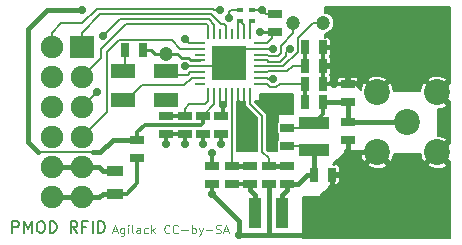
<source format=gtl>
G04 #@! TF.FileFunction,Copper,L1,Top,Signal*
%FSLAX46Y46*%
G04 Gerber Fmt 4.6, Leading zero omitted, Abs format (unit mm)*
G04 Created by KiCad (PCBNEW 4.0.2+dfsg1-stable) date jeu. 05 avril 2018 11:17:12 CEST*
%MOMM*%
G01*
G04 APERTURE LIST*
%ADD10C,0.100000*%
%ADD11C,0.101600*%
%ADD12C,0.200000*%
%ADD13R,1.143000X0.635000*%
%ADD14R,0.635000X1.143000*%
%ADD15R,2.000000X1.900000*%
%ADD16C,1.900000*%
%ADD17R,0.850900X0.279400*%
%ADD18R,0.279400X0.850900*%
%ADD19R,2.999740X2.999740*%
%ADD20R,1.020000X2.540000*%
%ADD21R,2.540000X1.020000*%
%ADD22C,1.198880*%
%ADD23C,2.199640*%
%ADD24R,1.397000X0.889000*%
%ADD25R,0.599440X0.398780*%
%ADD26R,2.000000X1.198880*%
%ADD27C,0.711200*%
%ADD28C,0.304800*%
%ADD29C,0.406400*%
%ADD30C,0.203200*%
%ADD31C,0.250000*%
G04 APERTURE END LIST*
D10*
D11*
X138670134Y-114188533D02*
X139008800Y-114188533D01*
X138602400Y-114391733D02*
X138839467Y-113680533D01*
X139076534Y-114391733D01*
X139618400Y-113917600D02*
X139618400Y-114493333D01*
X139584534Y-114561067D01*
X139550667Y-114594933D01*
X139482934Y-114628800D01*
X139381334Y-114628800D01*
X139313600Y-114594933D01*
X139618400Y-114357867D02*
X139550667Y-114391733D01*
X139415200Y-114391733D01*
X139347467Y-114357867D01*
X139313600Y-114324000D01*
X139279734Y-114256267D01*
X139279734Y-114053067D01*
X139313600Y-113985333D01*
X139347467Y-113951467D01*
X139415200Y-113917600D01*
X139550667Y-113917600D01*
X139618400Y-113951467D01*
X139957067Y-114391733D02*
X139957067Y-113917600D01*
X139957067Y-113680533D02*
X139923201Y-113714400D01*
X139957067Y-113748267D01*
X139990934Y-113714400D01*
X139957067Y-113680533D01*
X139957067Y-113748267D01*
X140397334Y-114391733D02*
X140329601Y-114357867D01*
X140295734Y-114290133D01*
X140295734Y-113680533D01*
X140973067Y-114391733D02*
X140973067Y-114019200D01*
X140939201Y-113951467D01*
X140871467Y-113917600D01*
X140736001Y-113917600D01*
X140668267Y-113951467D01*
X140973067Y-114357867D02*
X140905334Y-114391733D01*
X140736001Y-114391733D01*
X140668267Y-114357867D01*
X140634401Y-114290133D01*
X140634401Y-114222400D01*
X140668267Y-114154667D01*
X140736001Y-114120800D01*
X140905334Y-114120800D01*
X140973067Y-114086933D01*
X141616534Y-114357867D02*
X141548801Y-114391733D01*
X141413334Y-114391733D01*
X141345601Y-114357867D01*
X141311734Y-114324000D01*
X141277868Y-114256267D01*
X141277868Y-114053067D01*
X141311734Y-113985333D01*
X141345601Y-113951467D01*
X141413334Y-113917600D01*
X141548801Y-113917600D01*
X141616534Y-113951467D01*
X141921334Y-114391733D02*
X141921334Y-113680533D01*
X141989068Y-114120800D02*
X142192268Y-114391733D01*
X142192268Y-113917600D02*
X141921334Y-114188533D01*
X143445334Y-114324000D02*
X143411468Y-114357867D01*
X143309868Y-114391733D01*
X143242134Y-114391733D01*
X143140534Y-114357867D01*
X143072801Y-114290133D01*
X143038934Y-114222400D01*
X143005068Y-114086933D01*
X143005068Y-113985333D01*
X143038934Y-113849867D01*
X143072801Y-113782133D01*
X143140534Y-113714400D01*
X143242134Y-113680533D01*
X143309868Y-113680533D01*
X143411468Y-113714400D01*
X143445334Y-113748267D01*
X144156534Y-114324000D02*
X144122668Y-114357867D01*
X144021068Y-114391733D01*
X143953334Y-114391733D01*
X143851734Y-114357867D01*
X143784001Y-114290133D01*
X143750134Y-114222400D01*
X143716268Y-114086933D01*
X143716268Y-113985333D01*
X143750134Y-113849867D01*
X143784001Y-113782133D01*
X143851734Y-113714400D01*
X143953334Y-113680533D01*
X144021068Y-113680533D01*
X144122668Y-113714400D01*
X144156534Y-113748267D01*
X144461334Y-114120800D02*
X145003201Y-114120800D01*
X145341867Y-114391733D02*
X145341867Y-113680533D01*
X145341867Y-113951467D02*
X145409601Y-113917600D01*
X145545067Y-113917600D01*
X145612801Y-113951467D01*
X145646667Y-113985333D01*
X145680534Y-114053067D01*
X145680534Y-114256267D01*
X145646667Y-114324000D01*
X145612801Y-114357867D01*
X145545067Y-114391733D01*
X145409601Y-114391733D01*
X145341867Y-114357867D01*
X145917601Y-113917600D02*
X146086934Y-114391733D01*
X146256268Y-113917600D02*
X146086934Y-114391733D01*
X146019201Y-114561067D01*
X145985334Y-114594933D01*
X145917601Y-114628800D01*
X146527201Y-114120800D02*
X147069068Y-114120800D01*
X147373868Y-114357867D02*
X147475468Y-114391733D01*
X147644801Y-114391733D01*
X147712534Y-114357867D01*
X147746401Y-114324000D01*
X147780268Y-114256267D01*
X147780268Y-114188533D01*
X147746401Y-114120800D01*
X147712534Y-114086933D01*
X147644801Y-114053067D01*
X147509334Y-114019200D01*
X147441601Y-113985333D01*
X147407734Y-113951467D01*
X147373868Y-113883733D01*
X147373868Y-113816000D01*
X147407734Y-113748267D01*
X147441601Y-113714400D01*
X147509334Y-113680533D01*
X147678668Y-113680533D01*
X147780268Y-113714400D01*
X148051201Y-114188533D02*
X148389867Y-114188533D01*
X147983467Y-114391733D02*
X148220534Y-113680533D01*
X148457601Y-114391733D01*
D12*
X130135238Y-114342381D02*
X130135238Y-113342381D01*
X130516191Y-113342381D01*
X130611429Y-113390000D01*
X130659048Y-113437619D01*
X130706667Y-113532857D01*
X130706667Y-113675714D01*
X130659048Y-113770952D01*
X130611429Y-113818571D01*
X130516191Y-113866190D01*
X130135238Y-113866190D01*
X131135238Y-114342381D02*
X131135238Y-113342381D01*
X131468572Y-114056667D01*
X131801905Y-113342381D01*
X131801905Y-114342381D01*
X132468571Y-113342381D02*
X132659048Y-113342381D01*
X132754286Y-113390000D01*
X132849524Y-113485238D01*
X132897143Y-113675714D01*
X132897143Y-114009048D01*
X132849524Y-114199524D01*
X132754286Y-114294762D01*
X132659048Y-114342381D01*
X132468571Y-114342381D01*
X132373333Y-114294762D01*
X132278095Y-114199524D01*
X132230476Y-114009048D01*
X132230476Y-113675714D01*
X132278095Y-113485238D01*
X132373333Y-113390000D01*
X132468571Y-113342381D01*
X133325714Y-114342381D02*
X133325714Y-113342381D01*
X133563809Y-113342381D01*
X133706667Y-113390000D01*
X133801905Y-113485238D01*
X133849524Y-113580476D01*
X133897143Y-113770952D01*
X133897143Y-113913810D01*
X133849524Y-114104286D01*
X133801905Y-114199524D01*
X133706667Y-114294762D01*
X133563809Y-114342381D01*
X133325714Y-114342381D01*
X135659048Y-114342381D02*
X135325714Y-113866190D01*
X135087619Y-114342381D02*
X135087619Y-113342381D01*
X135468572Y-113342381D01*
X135563810Y-113390000D01*
X135611429Y-113437619D01*
X135659048Y-113532857D01*
X135659048Y-113675714D01*
X135611429Y-113770952D01*
X135563810Y-113818571D01*
X135468572Y-113866190D01*
X135087619Y-113866190D01*
X136420953Y-113818571D02*
X136087619Y-113818571D01*
X136087619Y-114342381D02*
X136087619Y-113342381D01*
X136563810Y-113342381D01*
X136944762Y-114342381D02*
X136944762Y-113342381D01*
X137420952Y-114342381D02*
X137420952Y-113342381D01*
X137659047Y-113342381D01*
X137801905Y-113390000D01*
X137897143Y-113485238D01*
X137944762Y-113580476D01*
X137992381Y-113770952D01*
X137992381Y-113913810D01*
X137944762Y-114104286D01*
X137897143Y-114199524D01*
X137801905Y-114294762D01*
X137659047Y-114342381D01*
X137420952Y-114342381D01*
D13*
X148704300Y-110172500D03*
X148704300Y-108648500D03*
X150279100Y-110172500D03*
X150279100Y-108648500D03*
X153428700Y-110172500D03*
X153428700Y-108648500D03*
X151853900Y-108648500D03*
X151853900Y-110172500D03*
D14*
X155714700Y-109410500D03*
X157238700Y-109410500D03*
D13*
X153428700Y-105460800D03*
X153428700Y-106984800D03*
D14*
X156489400Y-103301800D03*
X154965400Y-103301800D03*
X154965400Y-101752400D03*
X156489400Y-101752400D03*
D13*
X158546800Y-103289100D03*
X158546800Y-101765100D03*
X158546800Y-105003600D03*
X158546800Y-106527600D03*
D14*
X154965400Y-98653600D03*
X156489400Y-98653600D03*
X154965400Y-100203000D03*
X156489400Y-100203000D03*
D13*
X143192500Y-104432100D03*
X143192500Y-105956100D03*
X144741900Y-104432100D03*
X144741900Y-105956100D03*
X147066000Y-108648500D03*
X147066000Y-110172500D03*
X147840700Y-104432100D03*
X147840700Y-105956100D03*
D15*
X136030000Y-98650000D03*
D16*
X136030000Y-101190000D03*
X136030000Y-103730000D03*
X136030000Y-106270000D03*
X136030000Y-108810000D03*
X136030000Y-111350000D03*
X133490000Y-98650000D03*
X133490000Y-101190000D03*
X133490000Y-103730000D03*
X133490000Y-106270000D03*
X133490000Y-108810000D03*
X133490000Y-111350000D03*
D17*
X150999360Y-98249940D03*
D18*
X150250060Y-97500640D03*
D17*
X146000640Y-98249940D03*
X146000640Y-98750320D03*
X146000640Y-99250700D03*
X146000640Y-99751080D03*
X146000640Y-100749300D03*
X146000640Y-101249680D03*
D18*
X148748920Y-102499360D03*
D17*
X146000640Y-101750060D03*
D18*
X146749940Y-102499360D03*
X147250320Y-102499360D03*
X147750700Y-102499360D03*
X148251080Y-102499360D03*
X149249300Y-102499360D03*
X149749680Y-102499360D03*
X150250060Y-102499360D03*
D17*
X150999360Y-101750060D03*
X150999360Y-101249680D03*
X150999360Y-100749300D03*
X150999360Y-100248920D03*
X150999360Y-99751080D03*
X150999360Y-99250700D03*
X150999360Y-98750320D03*
D19*
X148500000Y-100000000D03*
D17*
X146000640Y-100248920D03*
D18*
X146749940Y-97500640D03*
X147250320Y-97500640D03*
X147750700Y-97500640D03*
X148251080Y-97500640D03*
X148748920Y-97500640D03*
X149249300Y-97500640D03*
X149749680Y-97500640D03*
D13*
X152410000Y-97382000D03*
X152410000Y-95858000D03*
D20*
X150708900Y-112649000D03*
X152998900Y-112649000D03*
D21*
X155727400Y-107367800D03*
X155727400Y-105077800D03*
D22*
X153949400Y-96608900D03*
X156489400Y-96608900D03*
D23*
X161036000Y-102460000D03*
X166116000Y-102460000D03*
X161036000Y-107540000D03*
X166116000Y-107540000D03*
X163576000Y-105000000D03*
D13*
X146291300Y-104432100D03*
X146291300Y-105956100D03*
D24*
X138813700Y-111029500D03*
X138813700Y-109124500D03*
D13*
X140741400Y-108026200D03*
X140741400Y-106502200D03*
D14*
X139708000Y-98900000D03*
X141232000Y-98900000D03*
D25*
X150406100Y-96410780D03*
X150406100Y-95511620D03*
D22*
X143180000Y-99180000D03*
D26*
X139475600Y-103104000D03*
X143175600Y-103104000D03*
X143175600Y-100604000D03*
X139475600Y-100604000D03*
D25*
X149390100Y-95511620D03*
X149390100Y-96410780D03*
D27*
X148005800Y-103530400D03*
X147066000Y-107556300D03*
X136040000Y-95500000D03*
X151117300Y-97383600D03*
X148520000Y-96140000D03*
X153631900Y-98742500D03*
X147730000Y-95500000D03*
X137300000Y-102460000D03*
X137810000Y-97690000D03*
X149350000Y-114503200D03*
X144770000Y-97930000D03*
X143175600Y-103104000D03*
X139475600Y-100604000D03*
X166910000Y-114520000D03*
X152222200Y-106857800D03*
X152222200Y-103530400D03*
X144767300Y-100253800D03*
X148500000Y-100000000D03*
X143192500Y-106857800D03*
X144741900Y-106857800D03*
X151269700Y-95516700D03*
X146291300Y-106857800D03*
X147066000Y-111074200D03*
X147840700Y-106857800D03*
X149504400Y-106857800D03*
X149504400Y-104546400D03*
X149504400Y-105562400D03*
X157238700Y-110566200D03*
X149504400Y-103530400D03*
X157391100Y-100203000D03*
X157391100Y-101752400D03*
X158546800Y-107543600D03*
X157391100Y-98653600D03*
X152222200Y-101346000D03*
X152222200Y-98742500D03*
D28*
X148704300Y-110172500D02*
X150279100Y-110172500D01*
D29*
X150708900Y-112649000D02*
X150708900Y-111161100D01*
X150279100Y-110731300D02*
X150279100Y-110172500D01*
X150708900Y-111161100D02*
X150279100Y-110731300D01*
X148704300Y-108648500D02*
X150279100Y-108648500D01*
D30*
X148748920Y-102499360D02*
X148748920Y-107981580D01*
X148704300Y-108026200D02*
X148704300Y-108648500D01*
X148748920Y-107981580D02*
X148704300Y-108026200D01*
D29*
X152998900Y-112649000D02*
X152998900Y-111161100D01*
X153428700Y-110731300D02*
X153428700Y-110172500D01*
X152998900Y-111161100D02*
X153428700Y-110731300D01*
X155714700Y-109410500D02*
X155714700Y-107380500D01*
D28*
X155714700Y-107380500D02*
X155727400Y-107367800D01*
D29*
X153428700Y-110172500D02*
X154292300Y-110172500D01*
X154292300Y-110172500D02*
X155054300Y-109410500D01*
X155054300Y-109410500D02*
X155714700Y-109410500D01*
D30*
X153428700Y-106984800D02*
X155344400Y-106984800D01*
X155344400Y-106984800D02*
X155727400Y-107367800D01*
X150250060Y-102499360D02*
X150250060Y-103425160D01*
X151853900Y-108026200D02*
X151853900Y-108648500D01*
X151307800Y-107480100D02*
X151853900Y-108026200D01*
X151307800Y-104482900D02*
X151307800Y-107480100D01*
X150250060Y-103425160D02*
X151307800Y-104482900D01*
D29*
X151853900Y-108648500D02*
X153428700Y-108648500D01*
D30*
X150250060Y-97500640D02*
X150250060Y-96566820D01*
X150250060Y-96566820D02*
X150406100Y-96410780D01*
X153428700Y-105460800D02*
X155344400Y-105460800D01*
X155344400Y-105460800D02*
X155727400Y-105077800D01*
D28*
X156489400Y-103301800D02*
X156489400Y-104315800D01*
X156489400Y-104315800D02*
X155727400Y-105077800D01*
D29*
X163576000Y-105000000D02*
X158550400Y-105000000D01*
X158550400Y-105000000D02*
X158546800Y-105003600D01*
X158546800Y-105003600D02*
X158546800Y-103289100D01*
X158546800Y-103289100D02*
X156502100Y-103289100D01*
D28*
X156502100Y-103289100D02*
X156489400Y-103301800D01*
X154965400Y-103301800D02*
X154965400Y-101752400D01*
D30*
X150999360Y-101750060D02*
X151673760Y-101750060D01*
X152768300Y-101752400D02*
X154965400Y-101752400D01*
X152501600Y-102019100D02*
X152768300Y-101752400D01*
X151942800Y-102019100D02*
X152501600Y-102019100D01*
X151673760Y-101750060D02*
X151942800Y-102019100D01*
X150999360Y-100749300D02*
X151675900Y-100749300D01*
X151752300Y-100672900D02*
X153403300Y-100672900D01*
X151675900Y-100749300D02*
X151752300Y-100672900D01*
D28*
X154965400Y-100203000D02*
X154965400Y-98653600D01*
D30*
X154965400Y-100203000D02*
X153873200Y-100203000D01*
X153873200Y-100203000D02*
X153403300Y-100672900D01*
D28*
X143192500Y-104432100D02*
X144741900Y-104432100D01*
D30*
X146749940Y-102499360D02*
X146749940Y-103186060D01*
X144741900Y-103860600D02*
X144741900Y-104432100D01*
X145122900Y-103479600D02*
X144741900Y-103860600D01*
X146456400Y-103479600D02*
X145122900Y-103479600D01*
X146749940Y-103186060D02*
X146456400Y-103479600D01*
D28*
X147066000Y-107556300D02*
X147066000Y-108648500D01*
X148005800Y-103530400D02*
X148005800Y-104267000D01*
X148005800Y-104267000D02*
X147840700Y-104432100D01*
D30*
X147750700Y-102499360D02*
X147750700Y-103275300D01*
X148251080Y-103285120D02*
X148005800Y-103530400D01*
X148251080Y-103285120D02*
X148251080Y-102499360D01*
X147750700Y-103275300D02*
X148005800Y-103530400D01*
X149749680Y-97500640D02*
X149749680Y-96770360D01*
X149749680Y-96770360D02*
X149390100Y-96410780D01*
X149249300Y-97500640D02*
X149249300Y-96551580D01*
X149249300Y-96551580D02*
X149390100Y-96410780D01*
D29*
X132360000Y-107540000D02*
X131510000Y-106690000D01*
X140741400Y-106502200D02*
X138637800Y-106502200D01*
X137600000Y-107540000D02*
X136950000Y-107540000D01*
X138637800Y-106502200D02*
X137600000Y-107540000D01*
D30*
X132360000Y-107540000D02*
X136950000Y-107540000D01*
D29*
X133070000Y-95500000D02*
X136040000Y-95500000D01*
X131510000Y-97060000D02*
X133070000Y-95500000D01*
X131510000Y-106690000D02*
X131510000Y-97060000D01*
D31*
X152410000Y-97382000D02*
X151118900Y-97382000D01*
X151118900Y-97382000D02*
X151117300Y-97383600D01*
D30*
X148688380Y-95511620D02*
X148520000Y-95680000D01*
X148688380Y-95511620D02*
X149390100Y-95511620D01*
X148520000Y-95680000D02*
X148520000Y-96140000D01*
D28*
X149378480Y-95500000D02*
X149390100Y-95511620D01*
D30*
X149378480Y-95500000D02*
X149390100Y-95511620D01*
D28*
X140741400Y-106502200D02*
X140741400Y-105816400D01*
X140741400Y-105816400D02*
X141363700Y-105194100D01*
X141363700Y-105194100D02*
X146126200Y-105194100D01*
X146126200Y-105194100D02*
X146291300Y-105029000D01*
X146291300Y-105029000D02*
X146291300Y-104432100D01*
D30*
X147250320Y-102499360D02*
X147250320Y-103473080D01*
X147250320Y-103473080D02*
X146291300Y-104432100D01*
X150999360Y-98249940D02*
X151724160Y-98249940D01*
X152120600Y-97671400D02*
X152410000Y-97382000D01*
X152120600Y-97853500D02*
X152120600Y-97671400D01*
X151724160Y-98249940D02*
X152120600Y-97853500D01*
X146000640Y-98750320D02*
X144320320Y-98750320D01*
X138160000Y-104140000D02*
X136030000Y-106270000D01*
X138160000Y-99010000D02*
X138160000Y-104140000D01*
X139170000Y-98000000D02*
X138160000Y-99010000D01*
X142100000Y-98000000D02*
X139170000Y-98000000D01*
X142160000Y-98060000D02*
X142100000Y-98000000D01*
X143630000Y-98060000D02*
X142160000Y-98060000D01*
X144320320Y-98750320D02*
X143630000Y-98060000D01*
D31*
X143180000Y-99180000D02*
X142210000Y-99180000D01*
X141930000Y-98900000D02*
X141232000Y-98900000D01*
X142210000Y-99180000D02*
X141930000Y-98900000D01*
X146000640Y-99751080D02*
X145251080Y-99751080D01*
X144100000Y-99180000D02*
X143180000Y-99180000D01*
X144480000Y-99560000D02*
X144100000Y-99180000D01*
X145060000Y-99560000D02*
X144480000Y-99560000D01*
X145251080Y-99751080D02*
X145060000Y-99560000D01*
D30*
X145021300Y-100952300D02*
X143523900Y-100952300D01*
X143523900Y-100952300D02*
X143175600Y-100604000D01*
X146000640Y-100749300D02*
X145224300Y-100749300D01*
X145224300Y-100749300D02*
X145021300Y-100952300D01*
X144716500Y-101854000D02*
X141122400Y-101854000D01*
X141122400Y-101854000D02*
X139872400Y-103104000D01*
X139872400Y-103104000D02*
X139475600Y-103104000D01*
X146000640Y-101249680D02*
X145320820Y-101249680D01*
X145320820Y-101249680D02*
X144716500Y-101854000D01*
X154317700Y-99021900D02*
X154317700Y-97866200D01*
X153090680Y-100248920D02*
X154317700Y-99021900D01*
X150999360Y-100248920D02*
X153090680Y-100248920D01*
X155575000Y-96608900D02*
X156489400Y-96608900D01*
X154317700Y-97866200D02*
X155575000Y-96608900D01*
X147730000Y-95500000D02*
X147250000Y-95500000D01*
X152846182Y-99845718D02*
X153339800Y-99352100D01*
X153339800Y-99352100D02*
X153339800Y-99034600D01*
X151752300Y-99834700D02*
X151752300Y-99845718D01*
X153631900Y-98742500D02*
X153339800Y-99034600D01*
X151752300Y-99845718D02*
X152846182Y-99845718D01*
X133490000Y-97400000D02*
X133490000Y-98650000D01*
X134310000Y-96580000D02*
X133490000Y-97400000D01*
X136070000Y-96580000D02*
X134310000Y-96580000D01*
X137280000Y-95370000D02*
X136070000Y-96580000D01*
X147120000Y-95370000D02*
X137280000Y-95370000D01*
X147250000Y-95500000D02*
X147120000Y-95370000D01*
X151668680Y-99751080D02*
X151752300Y-99834700D01*
X151752300Y-99834700D02*
X151752300Y-99834700D01*
X150999360Y-99751080D02*
X151668680Y-99751080D01*
X152920700Y-98488500D02*
X152920700Y-99139398D01*
X153949400Y-96608900D02*
X153949400Y-97459800D01*
X151739800Y-99250700D02*
X150999360Y-99250700D01*
X151739800Y-99250700D02*
X151904700Y-99415600D01*
X151904700Y-99415600D02*
X152644498Y-99415600D01*
X152920700Y-98488500D02*
X153949400Y-97459800D01*
X152920700Y-99139398D02*
X152644498Y-99415600D01*
X146749940Y-97500640D02*
X146749940Y-96819940D01*
X137670000Y-99550000D02*
X136030000Y-101190000D01*
X137670000Y-98790000D02*
X137670000Y-99550000D01*
X139790000Y-96670000D02*
X137670000Y-98790000D01*
X146600000Y-96670000D02*
X139790000Y-96670000D01*
X146749940Y-96819940D02*
X146600000Y-96670000D01*
X136030000Y-103730000D02*
X137300000Y-102460000D01*
X146760000Y-96230000D02*
X139270000Y-96230000D01*
X147250320Y-96720320D02*
X146760000Y-96230000D01*
X147250320Y-96720320D02*
X147250320Y-97500640D01*
X139270000Y-96230000D02*
X137810000Y-97690000D01*
X136030000Y-98650000D02*
X136030000Y-97390000D01*
X137610000Y-95810000D02*
X146950000Y-95810000D01*
X136030000Y-97390000D02*
X137610000Y-95810000D01*
X148251080Y-96821080D02*
X148100000Y-96670000D01*
X148251080Y-97500640D02*
X148251080Y-96821080D01*
X148100000Y-96670000D02*
X147810000Y-96670000D01*
X147810000Y-96670000D02*
X146950000Y-95810000D01*
D29*
X149350000Y-114503200D02*
X149350000Y-113358200D01*
X151853900Y-114503200D02*
X149350000Y-114503200D01*
X149350000Y-113358200D02*
X147066000Y-111074200D01*
D30*
X145089940Y-98249940D02*
X144770000Y-97930000D01*
X146000640Y-98249940D02*
X145089940Y-98249940D01*
X139708000Y-100371600D02*
X139475600Y-100604000D01*
X139708000Y-98900000D02*
X139708000Y-100371600D01*
D29*
X136030000Y-108810000D02*
X133490000Y-108810000D01*
X136030000Y-108810000D02*
X137508600Y-108810000D01*
X137823100Y-109124500D02*
X138813700Y-109124500D01*
X137823100Y-109124500D02*
X137508600Y-108810000D01*
X158546800Y-107543600D02*
X158546800Y-108839000D01*
X157975300Y-109410500D02*
X157238700Y-109410500D01*
X158546800Y-108839000D02*
X157975300Y-109410500D01*
D30*
X146000640Y-100248920D02*
X148251080Y-100248920D01*
X148251080Y-100248920D02*
X148500000Y-100000000D01*
X145343680Y-100248920D02*
X145338800Y-100253800D01*
X145343680Y-100248920D02*
X146000640Y-100248920D01*
X145338800Y-100253800D02*
X144767300Y-100253800D01*
X149749680Y-98750320D02*
X148500000Y-100000000D01*
D28*
X143192500Y-105956100D02*
X144741900Y-105956100D01*
X143192500Y-105956100D02*
X143192500Y-106857800D01*
X144741900Y-105956100D02*
X144741900Y-106857800D01*
D30*
X152410000Y-95858000D02*
X151611000Y-95858000D01*
X150921720Y-95511620D02*
X150926800Y-95516700D01*
X150926800Y-95516700D02*
X151269700Y-95516700D01*
X150921720Y-95511620D02*
X150406100Y-95511620D01*
X151611000Y-95858000D02*
X151269700Y-95516700D01*
D28*
X146291300Y-105956100D02*
X146291300Y-106857800D01*
X147066000Y-110172500D02*
X147066000Y-111074200D01*
X147840700Y-105956100D02*
X147840700Y-106857800D01*
D30*
X149504400Y-105562400D02*
X149504400Y-104546400D01*
X149504400Y-104546400D02*
X149504400Y-103530400D01*
D29*
X149504400Y-106857800D02*
X149504400Y-105562400D01*
X157238700Y-110566200D02*
X157238700Y-113919000D01*
X157238700Y-110566200D02*
X157238700Y-109410500D01*
X151853900Y-114503200D02*
X156654500Y-114503200D01*
X157238700Y-113919000D02*
X156654500Y-114503200D01*
X151853900Y-110172500D02*
X151853900Y-114503200D01*
X158546800Y-107543600D02*
X161032400Y-107543600D01*
X161032400Y-107543600D02*
X161036000Y-107540000D01*
X157391100Y-100203000D02*
X158779000Y-100203000D01*
X158779000Y-100203000D02*
X161036000Y-102460000D01*
D30*
X149749680Y-102499360D02*
X149749680Y-103285120D01*
X149749680Y-103285120D02*
X149504400Y-103530400D01*
X149249300Y-103275300D02*
X149504400Y-103530400D01*
X149249300Y-103275300D02*
X149249300Y-102499360D01*
D28*
X157391100Y-100203000D02*
X156489400Y-100203000D01*
D29*
X158546800Y-107543600D02*
X158546800Y-106527600D01*
D28*
X158534100Y-101752400D02*
X157391100Y-101752400D01*
X157391100Y-101752400D02*
X156489400Y-101752400D01*
X158534100Y-101752400D02*
X158546800Y-101765100D01*
X156489400Y-98653600D02*
X157391100Y-98653600D01*
X156489400Y-100203000D02*
X156489400Y-101752400D01*
X156489400Y-98653600D02*
X156489400Y-100203000D01*
D30*
X150999360Y-101249680D02*
X151681380Y-101249680D01*
X151777700Y-101346000D02*
X152222200Y-101346000D01*
X151681380Y-101249680D02*
X151777700Y-101346000D01*
X151701500Y-98742500D02*
X152222200Y-98742500D01*
X151701500Y-98742500D02*
X151693680Y-98750320D01*
X151693680Y-98750320D02*
X150999360Y-98750320D01*
X150999360Y-98750320D02*
X149749680Y-98750320D01*
D28*
X140741400Y-108026200D02*
X140741400Y-110158600D01*
X139870500Y-111029500D02*
X138813700Y-111029500D01*
X140741400Y-110158600D02*
X139870500Y-111029500D01*
D29*
X133490000Y-111350000D02*
X136030000Y-111350000D01*
X136030000Y-111350000D02*
X137502600Y-111350000D01*
X137502600Y-111350000D02*
X137823100Y-111029500D01*
X137823100Y-111029500D02*
X138813700Y-111029500D01*
D30*
G36*
X167170200Y-101621327D02*
X166331526Y-102460000D01*
X167170200Y-103298673D01*
X167170200Y-106701327D01*
X166331526Y-107540000D01*
X167170200Y-108378673D01*
X167170200Y-114780200D01*
X154791600Y-114780200D01*
X154791600Y-111281600D01*
X156110000Y-111281600D01*
X156149528Y-111273595D01*
X156181842Y-111251842D01*
X157171842Y-110261842D01*
X157194132Y-110228231D01*
X157201600Y-110190000D01*
X157201600Y-109562900D01*
X157391100Y-109562900D01*
X157391100Y-110210600D01*
X157467300Y-110286800D01*
X157616828Y-110286800D01*
X157728855Y-110240397D01*
X157814597Y-110154656D01*
X157861000Y-110042629D01*
X157861000Y-109639100D01*
X157784800Y-109562900D01*
X157391100Y-109562900D01*
X157201600Y-109562900D01*
X157201600Y-109238100D01*
X157391100Y-109238100D01*
X157391100Y-109258100D01*
X157784800Y-109258100D01*
X157861000Y-109181900D01*
X157861000Y-108778371D01*
X157814597Y-108666344D01*
X157748734Y-108600481D01*
X160191046Y-108600481D01*
X160322284Y-108781624D01*
X160851760Y-108960238D01*
X161409287Y-108922635D01*
X161749716Y-108781624D01*
X161880954Y-108600481D01*
X165271046Y-108600481D01*
X165402284Y-108781624D01*
X165931760Y-108960238D01*
X166489287Y-108922635D01*
X166829716Y-108781624D01*
X166960954Y-108600481D01*
X166116000Y-107755526D01*
X165271046Y-108600481D01*
X161880954Y-108600481D01*
X161036000Y-107755526D01*
X160191046Y-108600481D01*
X157748734Y-108600481D01*
X157728855Y-108580603D01*
X157616828Y-108534200D01*
X157467300Y-108534200D01*
X157391102Y-108610398D01*
X157391102Y-108534200D01*
X157319401Y-108534200D01*
X158207920Y-107645181D01*
X159635239Y-107644535D01*
X159653365Y-107913287D01*
X159794376Y-108253716D01*
X159975519Y-108384954D01*
X160716428Y-107644046D01*
X161355283Y-107643757D01*
X162096481Y-108384954D01*
X162277624Y-108253716D01*
X162456238Y-107724240D01*
X162450776Y-107643261D01*
X164715084Y-107642236D01*
X164733365Y-107913287D01*
X164874376Y-108253716D01*
X165055519Y-108384954D01*
X165798728Y-107641745D01*
X166120046Y-107641600D01*
X166159570Y-107633577D01*
X166192860Y-107610810D01*
X166214668Y-107576884D01*
X166221600Y-107540000D01*
X166221600Y-107218874D01*
X166960954Y-106479519D01*
X166829716Y-106298376D01*
X166300240Y-106119762D01*
X166221600Y-106125066D01*
X166221600Y-103860689D01*
X166489287Y-103842635D01*
X166829716Y-103701624D01*
X166960954Y-103520481D01*
X166221600Y-102781126D01*
X166221600Y-102460000D01*
X166213595Y-102420472D01*
X166190843Y-102387172D01*
X166156927Y-102365348D01*
X166120000Y-102358400D01*
X165798874Y-102358400D01*
X165055519Y-101615046D01*
X164874376Y-101746284D01*
X164695762Y-102275760D01*
X164701336Y-102358400D01*
X162436959Y-102358400D01*
X162418635Y-102086713D01*
X162277624Y-101746284D01*
X162096481Y-101615046D01*
X161353126Y-102358400D01*
X160718874Y-102358400D01*
X159975519Y-101615046D01*
X159794376Y-101746284D01*
X159634348Y-102220664D01*
X159423100Y-102009416D01*
X159423100Y-101993700D01*
X159346900Y-101917500D01*
X159331184Y-101917500D01*
X159091842Y-101678158D01*
X159058231Y-101655868D01*
X159020000Y-101648400D01*
X158374400Y-101648400D01*
X158374400Y-101612700D01*
X158394400Y-101612700D01*
X158394400Y-101219000D01*
X158699200Y-101219000D01*
X158699200Y-101612700D01*
X159346900Y-101612700D01*
X159423100Y-101536500D01*
X159423100Y-101399519D01*
X160191046Y-101399519D01*
X161036000Y-102244474D01*
X161880954Y-101399519D01*
X165271046Y-101399519D01*
X166116000Y-102244474D01*
X166960954Y-101399519D01*
X166829716Y-101218376D01*
X166300240Y-101039762D01*
X165742713Y-101077365D01*
X165402284Y-101218376D01*
X165271046Y-101399519D01*
X161880954Y-101399519D01*
X161749716Y-101218376D01*
X161220240Y-101039762D01*
X160662713Y-101077365D01*
X160322284Y-101218376D01*
X160191046Y-101399519D01*
X159423100Y-101399519D01*
X159423100Y-101386972D01*
X159376697Y-101274945D01*
X159290956Y-101189203D01*
X159178929Y-101142800D01*
X158775400Y-101142800D01*
X158699200Y-101219000D01*
X158394400Y-101219000D01*
X158318200Y-101142800D01*
X157914671Y-101142800D01*
X157802644Y-101189203D01*
X157716903Y-101274945D01*
X157670500Y-101386972D01*
X157670500Y-101536500D01*
X157746698Y-101612698D01*
X157670500Y-101612698D01*
X157670500Y-101648400D01*
X157111700Y-101648400D01*
X157111700Y-101599998D01*
X157035502Y-101599998D01*
X157111700Y-101523800D01*
X157111700Y-101120271D01*
X157065297Y-101008244D01*
X157034753Y-100977700D01*
X157065297Y-100947156D01*
X157111700Y-100835129D01*
X157111700Y-100431600D01*
X157035500Y-100355400D01*
X156641800Y-100355400D01*
X156641800Y-100375400D01*
X156601600Y-100375400D01*
X156601600Y-100030600D01*
X156641800Y-100030600D01*
X156641800Y-100050600D01*
X157035500Y-100050600D01*
X157111700Y-99974400D01*
X157111700Y-99570871D01*
X157065297Y-99458844D01*
X157034753Y-99428300D01*
X157065297Y-99397756D01*
X157111700Y-99285729D01*
X157111700Y-98882200D01*
X157035500Y-98806000D01*
X156641800Y-98806000D01*
X156641800Y-98826000D01*
X156601600Y-98826000D01*
X156601600Y-98481200D01*
X156641800Y-98481200D01*
X156641800Y-98501200D01*
X157035500Y-98501200D01*
X157111700Y-98425000D01*
X157111700Y-98021471D01*
X157065297Y-97909444D01*
X156979555Y-97823703D01*
X156867528Y-97777300D01*
X156718000Y-97777300D01*
X156641802Y-97853498D01*
X156641802Y-97777300D01*
X156601600Y-97777300D01*
X156601600Y-97513239D01*
X156668475Y-97513297D01*
X157000942Y-97375924D01*
X157255530Y-97121780D01*
X157393483Y-96789554D01*
X157393797Y-96429825D01*
X157256424Y-96097358D01*
X157002280Y-95842770D01*
X156670054Y-95704817D01*
X156601600Y-95704757D01*
X156601600Y-95219800D01*
X167170200Y-95219800D01*
X167170200Y-101621327D01*
X167170200Y-101621327D01*
G37*
X167170200Y-101621327D02*
X166331526Y-102460000D01*
X167170200Y-103298673D01*
X167170200Y-106701327D01*
X166331526Y-107540000D01*
X167170200Y-108378673D01*
X167170200Y-114780200D01*
X154791600Y-114780200D01*
X154791600Y-111281600D01*
X156110000Y-111281600D01*
X156149528Y-111273595D01*
X156181842Y-111251842D01*
X157171842Y-110261842D01*
X157194132Y-110228231D01*
X157201600Y-110190000D01*
X157201600Y-109562900D01*
X157391100Y-109562900D01*
X157391100Y-110210600D01*
X157467300Y-110286800D01*
X157616828Y-110286800D01*
X157728855Y-110240397D01*
X157814597Y-110154656D01*
X157861000Y-110042629D01*
X157861000Y-109639100D01*
X157784800Y-109562900D01*
X157391100Y-109562900D01*
X157201600Y-109562900D01*
X157201600Y-109238100D01*
X157391100Y-109238100D01*
X157391100Y-109258100D01*
X157784800Y-109258100D01*
X157861000Y-109181900D01*
X157861000Y-108778371D01*
X157814597Y-108666344D01*
X157748734Y-108600481D01*
X160191046Y-108600481D01*
X160322284Y-108781624D01*
X160851760Y-108960238D01*
X161409287Y-108922635D01*
X161749716Y-108781624D01*
X161880954Y-108600481D01*
X165271046Y-108600481D01*
X165402284Y-108781624D01*
X165931760Y-108960238D01*
X166489287Y-108922635D01*
X166829716Y-108781624D01*
X166960954Y-108600481D01*
X166116000Y-107755526D01*
X165271046Y-108600481D01*
X161880954Y-108600481D01*
X161036000Y-107755526D01*
X160191046Y-108600481D01*
X157748734Y-108600481D01*
X157728855Y-108580603D01*
X157616828Y-108534200D01*
X157467300Y-108534200D01*
X157391102Y-108610398D01*
X157391102Y-108534200D01*
X157319401Y-108534200D01*
X158207920Y-107645181D01*
X159635239Y-107644535D01*
X159653365Y-107913287D01*
X159794376Y-108253716D01*
X159975519Y-108384954D01*
X160716428Y-107644046D01*
X161355283Y-107643757D01*
X162096481Y-108384954D01*
X162277624Y-108253716D01*
X162456238Y-107724240D01*
X162450776Y-107643261D01*
X164715084Y-107642236D01*
X164733365Y-107913287D01*
X164874376Y-108253716D01*
X165055519Y-108384954D01*
X165798728Y-107641745D01*
X166120046Y-107641600D01*
X166159570Y-107633577D01*
X166192860Y-107610810D01*
X166214668Y-107576884D01*
X166221600Y-107540000D01*
X166221600Y-107218874D01*
X166960954Y-106479519D01*
X166829716Y-106298376D01*
X166300240Y-106119762D01*
X166221600Y-106125066D01*
X166221600Y-103860689D01*
X166489287Y-103842635D01*
X166829716Y-103701624D01*
X166960954Y-103520481D01*
X166221600Y-102781126D01*
X166221600Y-102460000D01*
X166213595Y-102420472D01*
X166190843Y-102387172D01*
X166156927Y-102365348D01*
X166120000Y-102358400D01*
X165798874Y-102358400D01*
X165055519Y-101615046D01*
X164874376Y-101746284D01*
X164695762Y-102275760D01*
X164701336Y-102358400D01*
X162436959Y-102358400D01*
X162418635Y-102086713D01*
X162277624Y-101746284D01*
X162096481Y-101615046D01*
X161353126Y-102358400D01*
X160718874Y-102358400D01*
X159975519Y-101615046D01*
X159794376Y-101746284D01*
X159634348Y-102220664D01*
X159423100Y-102009416D01*
X159423100Y-101993700D01*
X159346900Y-101917500D01*
X159331184Y-101917500D01*
X159091842Y-101678158D01*
X159058231Y-101655868D01*
X159020000Y-101648400D01*
X158374400Y-101648400D01*
X158374400Y-101612700D01*
X158394400Y-101612700D01*
X158394400Y-101219000D01*
X158699200Y-101219000D01*
X158699200Y-101612700D01*
X159346900Y-101612700D01*
X159423100Y-101536500D01*
X159423100Y-101399519D01*
X160191046Y-101399519D01*
X161036000Y-102244474D01*
X161880954Y-101399519D01*
X165271046Y-101399519D01*
X166116000Y-102244474D01*
X166960954Y-101399519D01*
X166829716Y-101218376D01*
X166300240Y-101039762D01*
X165742713Y-101077365D01*
X165402284Y-101218376D01*
X165271046Y-101399519D01*
X161880954Y-101399519D01*
X161749716Y-101218376D01*
X161220240Y-101039762D01*
X160662713Y-101077365D01*
X160322284Y-101218376D01*
X160191046Y-101399519D01*
X159423100Y-101399519D01*
X159423100Y-101386972D01*
X159376697Y-101274945D01*
X159290956Y-101189203D01*
X159178929Y-101142800D01*
X158775400Y-101142800D01*
X158699200Y-101219000D01*
X158394400Y-101219000D01*
X158318200Y-101142800D01*
X157914671Y-101142800D01*
X157802644Y-101189203D01*
X157716903Y-101274945D01*
X157670500Y-101386972D01*
X157670500Y-101536500D01*
X157746698Y-101612698D01*
X157670500Y-101612698D01*
X157670500Y-101648400D01*
X157111700Y-101648400D01*
X157111700Y-101599998D01*
X157035502Y-101599998D01*
X157111700Y-101523800D01*
X157111700Y-101120271D01*
X157065297Y-101008244D01*
X157034753Y-100977700D01*
X157065297Y-100947156D01*
X157111700Y-100835129D01*
X157111700Y-100431600D01*
X157035500Y-100355400D01*
X156641800Y-100355400D01*
X156641800Y-100375400D01*
X156601600Y-100375400D01*
X156601600Y-100030600D01*
X156641800Y-100030600D01*
X156641800Y-100050600D01*
X157035500Y-100050600D01*
X157111700Y-99974400D01*
X157111700Y-99570871D01*
X157065297Y-99458844D01*
X157034753Y-99428300D01*
X157065297Y-99397756D01*
X157111700Y-99285729D01*
X157111700Y-98882200D01*
X157035500Y-98806000D01*
X156641800Y-98806000D01*
X156641800Y-98826000D01*
X156601600Y-98826000D01*
X156601600Y-98481200D01*
X156641800Y-98481200D01*
X156641800Y-98501200D01*
X157035500Y-98501200D01*
X157111700Y-98425000D01*
X157111700Y-98021471D01*
X157065297Y-97909444D01*
X156979555Y-97823703D01*
X156867528Y-97777300D01*
X156718000Y-97777300D01*
X156641802Y-97853498D01*
X156641802Y-97777300D01*
X156601600Y-97777300D01*
X156601600Y-97513239D01*
X156668475Y-97513297D01*
X157000942Y-97375924D01*
X157255530Y-97121780D01*
X157393483Y-96789554D01*
X157393797Y-96429825D01*
X157256424Y-96097358D01*
X157002280Y-95842770D01*
X156670054Y-95704817D01*
X156601600Y-95704757D01*
X156601600Y-95219800D01*
X167170200Y-95219800D01*
X167170200Y-101621327D01*
G36*
X149395350Y-103229610D02*
X149449628Y-103229610D01*
X149499490Y-103208957D01*
X149549352Y-103229610D01*
X149603630Y-103229610D01*
X149651640Y-103181600D01*
X149843660Y-103181600D01*
X149843660Y-103425160D01*
X149874595Y-103580683D01*
X149929156Y-103662338D01*
X149962692Y-103712528D01*
X150901400Y-104651236D01*
X150901400Y-107398400D01*
X149211600Y-107398400D01*
X149211600Y-103181600D01*
X149347340Y-103181600D01*
X149395350Y-103229610D01*
X149395350Y-103229610D01*
G37*
X149395350Y-103229610D02*
X149449628Y-103229610D01*
X149499490Y-103208957D01*
X149549352Y-103229610D01*
X149603630Y-103229610D01*
X149651640Y-103181600D01*
X149843660Y-103181600D01*
X149843660Y-103425160D01*
X149874595Y-103580683D01*
X149929156Y-103662338D01*
X149962692Y-103712528D01*
X150901400Y-104651236D01*
X150901400Y-107398400D01*
X149211600Y-107398400D01*
X149211600Y-103181600D01*
X149347340Y-103181600D01*
X149395350Y-103229610D01*
G36*
X153938400Y-104308400D02*
X152750000Y-104308400D01*
X152710472Y-104316405D01*
X152677172Y-104339157D01*
X152655348Y-104373073D01*
X152648400Y-104410000D01*
X152648400Y-104915459D01*
X152640508Y-104920537D01*
X152570913Y-105022393D01*
X152546429Y-105143300D01*
X152546429Y-105778300D01*
X152567682Y-105891252D01*
X152634437Y-105994992D01*
X152648400Y-106004532D01*
X152648400Y-106439459D01*
X152640508Y-106444537D01*
X152570913Y-106546393D01*
X152546429Y-106667300D01*
X152546429Y-107302300D01*
X152564511Y-107398400D01*
X151800836Y-107398400D01*
X151714200Y-107311764D01*
X151714200Y-104482900D01*
X151683265Y-104327377D01*
X151595168Y-104195532D01*
X150656460Y-103256824D01*
X150656460Y-103181600D01*
X151020000Y-103181600D01*
X151059528Y-103173595D01*
X151092828Y-103150843D01*
X151114652Y-103116927D01*
X151121600Y-103080000D01*
X151121600Y-102621600D01*
X153938400Y-102621600D01*
X153938400Y-104308400D01*
X153938400Y-104308400D01*
G37*
X153938400Y-104308400D02*
X152750000Y-104308400D01*
X152710472Y-104316405D01*
X152677172Y-104339157D01*
X152655348Y-104373073D01*
X152648400Y-104410000D01*
X152648400Y-104915459D01*
X152640508Y-104920537D01*
X152570913Y-105022393D01*
X152546429Y-105143300D01*
X152546429Y-105778300D01*
X152567682Y-105891252D01*
X152634437Y-105994992D01*
X152648400Y-106004532D01*
X152648400Y-106439459D01*
X152640508Y-106444537D01*
X152570913Y-106546393D01*
X152546429Y-106667300D01*
X152546429Y-107302300D01*
X152564511Y-107398400D01*
X151800836Y-107398400D01*
X151714200Y-107311764D01*
X151714200Y-104482900D01*
X151683265Y-104327377D01*
X151595168Y-104195532D01*
X150656460Y-103256824D01*
X150656460Y-103181600D01*
X151020000Y-103181600D01*
X151059528Y-103173595D01*
X151092828Y-103150843D01*
X151114652Y-103116927D01*
X151121600Y-103080000D01*
X151121600Y-102621600D01*
X153938400Y-102621600D01*
X153938400Y-104308400D01*
M02*

</source>
